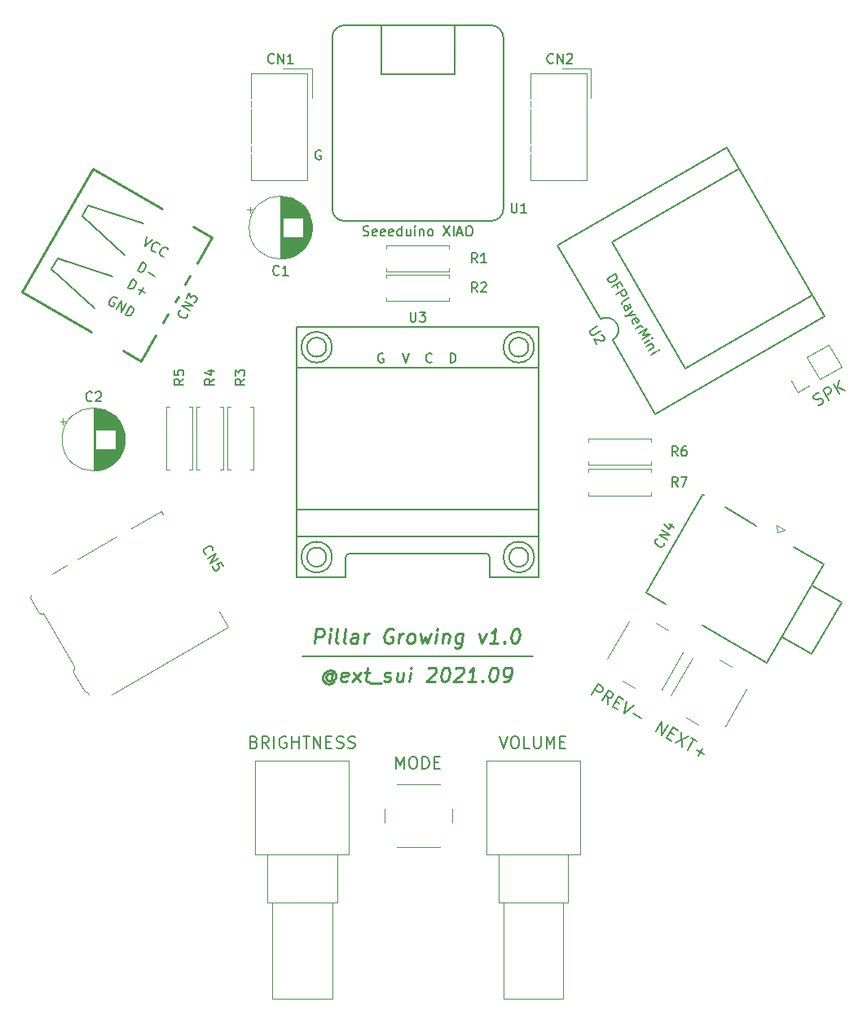
<source format=gto>
G04 #@! TF.GenerationSoftware,KiCad,Pcbnew,(5.0.2)-1*
G04 #@! TF.CreationDate,2021-09-11T16:33:57+09:00*
G04 #@! TF.ProjectId,Pillar,50696c6c-6172-42e6-9b69-6361645f7063,rev?*
G04 #@! TF.SameCoordinates,Original*
G04 #@! TF.FileFunction,Legend,Top*
G04 #@! TF.FilePolarity,Positive*
%FSLAX46Y46*%
G04 Gerber Fmt 4.6, Leading zero omitted, Abs format (unit mm)*
G04 Created by KiCad (PCBNEW (5.0.2)-1) date 2021/09/11 16:33:57*
%MOMM*%
%LPD*%
G01*
G04 APERTURE LIST*
%ADD10C,0.150000*%
%ADD11C,0.200000*%
%ADD12C,0.250000*%
%ADD13C,0.120000*%
%ADD14C,0.254000*%
%ADD15C,0.152400*%
G04 APERTURE END LIST*
D10*
X119914404Y-75000000D02*
X119819166Y-74952380D01*
X119676309Y-74952380D01*
X119533452Y-75000000D01*
X119438214Y-75095238D01*
X119390595Y-75190476D01*
X119342976Y-75380952D01*
X119342976Y-75523809D01*
X119390595Y-75714285D01*
X119438214Y-75809523D01*
X119533452Y-75904761D01*
X119676309Y-75952380D01*
X119771547Y-75952380D01*
X119914404Y-75904761D01*
X119962023Y-75857142D01*
X119962023Y-75523809D01*
X119771547Y-75523809D01*
D11*
X171611149Y-101491739D02*
X171795558Y-101454002D01*
X172053304Y-101305192D01*
X172126640Y-101194119D01*
X172148428Y-101112808D01*
X172140453Y-100979948D01*
X172080929Y-100876850D01*
X171969856Y-100803514D01*
X171888545Y-100781726D01*
X171755685Y-100789701D01*
X171519727Y-100857200D01*
X171386866Y-100865174D01*
X171305555Y-100843387D01*
X171194482Y-100770051D01*
X171134959Y-100666952D01*
X171126984Y-100534092D01*
X171148771Y-100452781D01*
X171222108Y-100341708D01*
X171479853Y-100192899D01*
X171664263Y-100155162D01*
X172723443Y-100918288D02*
X172098443Y-99835756D01*
X172510836Y-99597661D01*
X172643696Y-99589686D01*
X172725007Y-99611473D01*
X172836080Y-99684810D01*
X172925366Y-99839457D01*
X172933340Y-99972317D01*
X172911553Y-100053628D01*
X172838217Y-100164701D01*
X172425824Y-100402796D01*
X173805975Y-100293288D02*
X173180975Y-99210756D01*
X174424564Y-99936145D02*
X173603479Y-99585412D01*
X173799564Y-98853613D02*
X173538117Y-99829345D01*
X148096678Y-131508026D02*
X148721678Y-130425494D01*
X149134071Y-130663589D01*
X149207407Y-130774662D01*
X149229194Y-130855973D01*
X149221220Y-130988833D01*
X149131934Y-131143481D01*
X149020861Y-131216817D01*
X148939550Y-131238604D01*
X148806690Y-131230630D01*
X148394297Y-130992534D01*
X149797799Y-132490169D02*
X149734574Y-131766344D01*
X149179209Y-132133026D02*
X149804209Y-131050494D01*
X150216602Y-131288589D01*
X150289939Y-131399662D01*
X150311726Y-131480973D01*
X150303751Y-131613833D01*
X150214466Y-131768481D01*
X150103393Y-131841817D01*
X150022082Y-131863604D01*
X149889222Y-131855630D01*
X149476828Y-131617534D01*
X150589122Y-132190985D02*
X150949966Y-132399319D01*
X150777232Y-133055645D02*
X150261741Y-132758026D01*
X150886741Y-131675494D01*
X151402232Y-131973113D01*
X151711527Y-132151684D02*
X151447371Y-133442550D01*
X152433215Y-132568351D01*
X152407154Y-133446823D02*
X153231940Y-133923014D01*
X154752227Y-135347788D02*
X155377227Y-134265256D01*
X155370816Y-135704931D01*
X155995816Y-134622399D01*
X156213689Y-135435509D02*
X156574533Y-135643842D01*
X156401799Y-136300169D02*
X155886308Y-136002550D01*
X156511308Y-134920018D01*
X157026799Y-135217637D01*
X157387643Y-135425970D02*
X157484331Y-136925169D01*
X158109331Y-135842637D02*
X156762643Y-136508502D01*
X158367076Y-135991446D02*
X158985666Y-136348589D01*
X158051371Y-137252550D02*
X158676371Y-136170018D01*
X158959605Y-137227061D02*
X159784391Y-137703252D01*
X159133903Y-137877550D02*
X159610093Y-137052763D01*
X138488095Y-135815476D02*
X138904761Y-137065476D01*
X139321428Y-135815476D01*
X139976190Y-135815476D02*
X140214285Y-135815476D01*
X140333333Y-135875000D01*
X140452380Y-135994047D01*
X140511904Y-136232142D01*
X140511904Y-136648809D01*
X140452380Y-136886904D01*
X140333333Y-137005952D01*
X140214285Y-137065476D01*
X139976190Y-137065476D01*
X139857142Y-137005952D01*
X139738095Y-136886904D01*
X139678571Y-136648809D01*
X139678571Y-136232142D01*
X139738095Y-135994047D01*
X139857142Y-135875000D01*
X139976190Y-135815476D01*
X141642857Y-137065476D02*
X141047619Y-137065476D01*
X141047619Y-135815476D01*
X142059523Y-135815476D02*
X142059523Y-136827380D01*
X142119047Y-136946428D01*
X142178571Y-137005952D01*
X142297619Y-137065476D01*
X142535714Y-137065476D01*
X142654761Y-137005952D01*
X142714285Y-136946428D01*
X142773809Y-136827380D01*
X142773809Y-135815476D01*
X143369047Y-137065476D02*
X143369047Y-135815476D01*
X143785714Y-136708333D01*
X144202380Y-135815476D01*
X144202380Y-137065476D01*
X144797619Y-136410714D02*
X145214285Y-136410714D01*
X145392857Y-137065476D02*
X144797619Y-137065476D01*
X144797619Y-135815476D01*
X145392857Y-135815476D01*
X113000000Y-136410714D02*
X113178571Y-136470238D01*
X113238095Y-136529761D01*
X113297619Y-136648809D01*
X113297619Y-136827380D01*
X113238095Y-136946428D01*
X113178571Y-137005952D01*
X113059523Y-137065476D01*
X112583333Y-137065476D01*
X112583333Y-135815476D01*
X113000000Y-135815476D01*
X113119047Y-135875000D01*
X113178571Y-135934523D01*
X113238095Y-136053571D01*
X113238095Y-136172619D01*
X113178571Y-136291666D01*
X113119047Y-136351190D01*
X113000000Y-136410714D01*
X112583333Y-136410714D01*
X114547619Y-137065476D02*
X114130952Y-136470238D01*
X113833333Y-137065476D02*
X113833333Y-135815476D01*
X114309523Y-135815476D01*
X114428571Y-135875000D01*
X114488095Y-135934523D01*
X114547619Y-136053571D01*
X114547619Y-136232142D01*
X114488095Y-136351190D01*
X114428571Y-136410714D01*
X114309523Y-136470238D01*
X113833333Y-136470238D01*
X115083333Y-137065476D02*
X115083333Y-135815476D01*
X116333333Y-135875000D02*
X116214285Y-135815476D01*
X116035714Y-135815476D01*
X115857142Y-135875000D01*
X115738095Y-135994047D01*
X115678571Y-136113095D01*
X115619047Y-136351190D01*
X115619047Y-136529761D01*
X115678571Y-136767857D01*
X115738095Y-136886904D01*
X115857142Y-137005952D01*
X116035714Y-137065476D01*
X116154761Y-137065476D01*
X116333333Y-137005952D01*
X116392857Y-136946428D01*
X116392857Y-136529761D01*
X116154761Y-136529761D01*
X116928571Y-137065476D02*
X116928571Y-135815476D01*
X116928571Y-136410714D02*
X117642857Y-136410714D01*
X117642857Y-137065476D02*
X117642857Y-135815476D01*
X118059523Y-135815476D02*
X118773809Y-135815476D01*
X118416666Y-137065476D02*
X118416666Y-135815476D01*
X119190476Y-137065476D02*
X119190476Y-135815476D01*
X119904761Y-137065476D01*
X119904761Y-135815476D01*
X120500000Y-136410714D02*
X120916666Y-136410714D01*
X121095238Y-137065476D02*
X120500000Y-137065476D01*
X120500000Y-135815476D01*
X121095238Y-135815476D01*
X121571428Y-137005952D02*
X121750000Y-137065476D01*
X122047619Y-137065476D01*
X122166666Y-137005952D01*
X122226190Y-136946428D01*
X122285714Y-136827380D01*
X122285714Y-136708333D01*
X122226190Y-136589285D01*
X122166666Y-136529761D01*
X122047619Y-136470238D01*
X121809523Y-136410714D01*
X121690476Y-136351190D01*
X121630952Y-136291666D01*
X121571428Y-136172619D01*
X121571428Y-136053571D01*
X121630952Y-135934523D01*
X121690476Y-135875000D01*
X121809523Y-135815476D01*
X122107142Y-135815476D01*
X122285714Y-135875000D01*
X122761904Y-137005952D02*
X122940476Y-137065476D01*
X123238095Y-137065476D01*
X123357142Y-137005952D01*
X123416666Y-136946428D01*
X123476190Y-136827380D01*
X123476190Y-136708333D01*
X123416666Y-136589285D01*
X123357142Y-136529761D01*
X123238095Y-136470238D01*
X123000000Y-136410714D01*
X122880952Y-136351190D01*
X122821428Y-136291666D01*
X122761904Y-136172619D01*
X122761904Y-136053571D01*
X122821428Y-135934523D01*
X122880952Y-135875000D01*
X123000000Y-135815476D01*
X123297619Y-135815476D01*
X123476190Y-135875000D01*
D10*
X126414404Y-96074000D02*
X126319166Y-96026380D01*
X126176309Y-96026380D01*
X126033452Y-96074000D01*
X125938214Y-96169238D01*
X125890595Y-96264476D01*
X125842976Y-96454952D01*
X125842976Y-96597809D01*
X125890595Y-96788285D01*
X125938214Y-96883523D01*
X126033452Y-96978761D01*
X126176309Y-97026380D01*
X126271547Y-97026380D01*
X126414404Y-96978761D01*
X126462023Y-96931142D01*
X126462023Y-96597809D01*
X126271547Y-96597809D01*
X131462023Y-96931142D02*
X131414404Y-96978761D01*
X131271547Y-97026380D01*
X131176309Y-97026380D01*
X131033452Y-96978761D01*
X130938214Y-96883523D01*
X130890595Y-96788285D01*
X130842976Y-96597809D01*
X130842976Y-96454952D01*
X130890595Y-96264476D01*
X130938214Y-96169238D01*
X131033452Y-96074000D01*
X131176309Y-96026380D01*
X131271547Y-96026380D01*
X131414404Y-96074000D01*
X131462023Y-96121619D01*
X128390595Y-96026380D02*
X128723928Y-97026380D01*
X129057261Y-96026380D01*
X133390595Y-97026380D02*
X133390595Y-96026380D01*
X133628690Y-96026380D01*
X133771547Y-96074000D01*
X133866785Y-96169238D01*
X133914404Y-96264476D01*
X133962023Y-96454952D01*
X133962023Y-96597809D01*
X133914404Y-96788285D01*
X133866785Y-96883523D01*
X133771547Y-96978761D01*
X133628690Y-97026380D01*
X133390595Y-97026380D01*
D12*
X119276562Y-126178571D02*
X119464062Y-124678571D01*
X120035491Y-124678571D01*
X120169419Y-124750000D01*
X120231919Y-124821428D01*
X120285491Y-124964285D01*
X120258705Y-125178571D01*
X120169419Y-125321428D01*
X120089062Y-125392857D01*
X119937276Y-125464285D01*
X119365848Y-125464285D01*
X120776562Y-126178571D02*
X120901562Y-125178571D01*
X120964062Y-124678571D02*
X120883705Y-124750000D01*
X120946205Y-124821428D01*
X121026562Y-124750000D01*
X120964062Y-124678571D01*
X120946205Y-124821428D01*
X121705133Y-126178571D02*
X121571205Y-126107142D01*
X121517633Y-125964285D01*
X121678348Y-124678571D01*
X122490848Y-126178571D02*
X122356919Y-126107142D01*
X122303348Y-125964285D01*
X122464062Y-124678571D01*
X123705133Y-126178571D02*
X123803348Y-125392857D01*
X123749776Y-125250000D01*
X123615848Y-125178571D01*
X123330133Y-125178571D01*
X123178348Y-125250000D01*
X123714062Y-126107142D02*
X123562276Y-126178571D01*
X123205133Y-126178571D01*
X123071205Y-126107142D01*
X123017633Y-125964285D01*
X123035491Y-125821428D01*
X123124776Y-125678571D01*
X123276562Y-125607142D01*
X123633705Y-125607142D01*
X123785491Y-125535714D01*
X124419419Y-126178571D02*
X124544419Y-125178571D01*
X124508705Y-125464285D02*
X124597991Y-125321428D01*
X124678348Y-125250000D01*
X124830133Y-125178571D01*
X124972991Y-125178571D01*
X127455133Y-124750000D02*
X127321205Y-124678571D01*
X127106919Y-124678571D01*
X126883705Y-124750000D01*
X126722991Y-124892857D01*
X126633705Y-125035714D01*
X126526562Y-125321428D01*
X126499776Y-125535714D01*
X126535491Y-125821428D01*
X126589062Y-125964285D01*
X126714062Y-126107142D01*
X126919419Y-126178571D01*
X127062276Y-126178571D01*
X127285491Y-126107142D01*
X127365848Y-126035714D01*
X127428348Y-125535714D01*
X127142633Y-125535714D01*
X127990848Y-126178571D02*
X128115848Y-125178571D01*
X128080133Y-125464285D02*
X128169419Y-125321428D01*
X128249776Y-125250000D01*
X128401562Y-125178571D01*
X128544419Y-125178571D01*
X129133705Y-126178571D02*
X128999776Y-126107142D01*
X128937276Y-126035714D01*
X128883705Y-125892857D01*
X128937276Y-125464285D01*
X129026562Y-125321428D01*
X129106919Y-125250000D01*
X129258705Y-125178571D01*
X129472991Y-125178571D01*
X129606919Y-125250000D01*
X129669419Y-125321428D01*
X129722991Y-125464285D01*
X129669419Y-125892857D01*
X129580133Y-126035714D01*
X129499776Y-126107142D01*
X129347991Y-126178571D01*
X129133705Y-126178571D01*
X130258705Y-125178571D02*
X130419419Y-126178571D01*
X130794419Y-125464285D01*
X130990848Y-126178571D01*
X131401562Y-125178571D01*
X131847991Y-126178571D02*
X131972991Y-125178571D01*
X132035491Y-124678571D02*
X131955133Y-124750000D01*
X132017633Y-124821428D01*
X132097991Y-124750000D01*
X132035491Y-124678571D01*
X132017633Y-124821428D01*
X132687276Y-125178571D02*
X132562276Y-126178571D01*
X132669419Y-125321428D02*
X132749776Y-125250000D01*
X132901562Y-125178571D01*
X133115848Y-125178571D01*
X133249776Y-125250000D01*
X133303348Y-125392857D01*
X133205133Y-126178571D01*
X134687276Y-125178571D02*
X134535491Y-126392857D01*
X134446205Y-126535714D01*
X134365848Y-126607142D01*
X134214062Y-126678571D01*
X133999776Y-126678571D01*
X133865848Y-126607142D01*
X134571205Y-126107142D02*
X134419419Y-126178571D01*
X134133705Y-126178571D01*
X133999776Y-126107142D01*
X133937276Y-126035714D01*
X133883705Y-125892857D01*
X133937276Y-125464285D01*
X134026562Y-125321428D01*
X134106919Y-125250000D01*
X134258705Y-125178571D01*
X134544419Y-125178571D01*
X134678348Y-125250000D01*
X136401562Y-125178571D02*
X136633705Y-126178571D01*
X137115848Y-125178571D01*
X138347991Y-126178571D02*
X137490848Y-126178571D01*
X137919419Y-126178571D02*
X138106919Y-124678571D01*
X137937276Y-124892857D01*
X137776562Y-125035714D01*
X137624776Y-125107142D01*
X139008705Y-126035714D02*
X139071205Y-126107142D01*
X138990848Y-126178571D01*
X138928348Y-126107142D01*
X139008705Y-126035714D01*
X138990848Y-126178571D01*
X140178348Y-124678571D02*
X140321205Y-124678571D01*
X140455133Y-124750000D01*
X140517633Y-124821428D01*
X140571205Y-124964285D01*
X140606919Y-125250000D01*
X140562276Y-125607142D01*
X140455133Y-125892857D01*
X140365848Y-126035714D01*
X140285491Y-126107142D01*
X140133705Y-126178571D01*
X139990848Y-126178571D01*
X139856919Y-126107142D01*
X139794419Y-126035714D01*
X139740848Y-125892857D01*
X139705133Y-125607142D01*
X139749776Y-125250000D01*
X139856919Y-124964285D01*
X139946205Y-124821428D01*
X140026562Y-124750000D01*
X140178348Y-124678571D01*
D11*
X118000000Y-127500000D02*
X142000000Y-127500000D01*
X127738095Y-139220476D02*
X127738095Y-137970476D01*
X128154761Y-138863333D01*
X128571428Y-137970476D01*
X128571428Y-139220476D01*
X129404761Y-137970476D02*
X129642857Y-137970476D01*
X129761904Y-138030000D01*
X129880952Y-138149047D01*
X129940476Y-138387142D01*
X129940476Y-138803809D01*
X129880952Y-139041904D01*
X129761904Y-139160952D01*
X129642857Y-139220476D01*
X129404761Y-139220476D01*
X129285714Y-139160952D01*
X129166666Y-139041904D01*
X129107142Y-138803809D01*
X129107142Y-138387142D01*
X129166666Y-138149047D01*
X129285714Y-138030000D01*
X129404761Y-137970476D01*
X130476190Y-139220476D02*
X130476190Y-137970476D01*
X130773809Y-137970476D01*
X130952380Y-138030000D01*
X131071428Y-138149047D01*
X131130952Y-138268095D01*
X131190476Y-138506190D01*
X131190476Y-138684761D01*
X131130952Y-138922857D01*
X131071428Y-139041904D01*
X130952380Y-139160952D01*
X130773809Y-139220476D01*
X130476190Y-139220476D01*
X131726190Y-138565714D02*
X132142857Y-138565714D01*
X132321428Y-139220476D02*
X131726190Y-139220476D01*
X131726190Y-137970476D01*
X132321428Y-137970476D01*
D12*
X121151562Y-129464285D02*
X121089062Y-129392857D01*
X120955133Y-129321428D01*
X120812276Y-129321428D01*
X120660491Y-129392857D01*
X120580133Y-129464285D01*
X120490848Y-129607142D01*
X120472991Y-129750000D01*
X120526562Y-129892857D01*
X120589062Y-129964285D01*
X120722991Y-130035714D01*
X120865848Y-130035714D01*
X121017633Y-129964285D01*
X121097991Y-129892857D01*
X121169419Y-129321428D02*
X121097991Y-129892857D01*
X121160491Y-129964285D01*
X121231919Y-129964285D01*
X121383705Y-129892857D01*
X121472991Y-129750000D01*
X121517633Y-129392857D01*
X121401562Y-129178571D01*
X121205133Y-129035714D01*
X120928348Y-128964285D01*
X120633705Y-129035714D01*
X120401562Y-129178571D01*
X120231919Y-129392857D01*
X120124776Y-129678571D01*
X120160491Y-129964285D01*
X120276562Y-130178571D01*
X120472991Y-130321428D01*
X120749776Y-130392857D01*
X121044419Y-130321428D01*
X121276562Y-130178571D01*
X122642633Y-130107142D02*
X122490848Y-130178571D01*
X122205133Y-130178571D01*
X122071205Y-130107142D01*
X122017633Y-129964285D01*
X122089062Y-129392857D01*
X122178348Y-129250000D01*
X122330133Y-129178571D01*
X122615848Y-129178571D01*
X122749776Y-129250000D01*
X122803348Y-129392857D01*
X122785491Y-129535714D01*
X122053348Y-129678571D01*
X123205133Y-130178571D02*
X124115848Y-129178571D01*
X123330133Y-129178571D02*
X123990848Y-130178571D01*
X124472991Y-129178571D02*
X125044419Y-129178571D01*
X124749776Y-128678571D02*
X124589062Y-129964285D01*
X124642633Y-130107142D01*
X124776562Y-130178571D01*
X124919419Y-130178571D01*
X125044419Y-130321428D02*
X126187276Y-130321428D01*
X126499776Y-130107142D02*
X126633705Y-130178571D01*
X126919419Y-130178571D01*
X127071205Y-130107142D01*
X127160491Y-129964285D01*
X127169419Y-129892857D01*
X127115848Y-129750000D01*
X126981919Y-129678571D01*
X126767633Y-129678571D01*
X126633705Y-129607142D01*
X126580133Y-129464285D01*
X126589062Y-129392857D01*
X126678348Y-129250000D01*
X126830133Y-129178571D01*
X127044419Y-129178571D01*
X127178348Y-129250000D01*
X128544419Y-129178571D02*
X128419419Y-130178571D01*
X127901562Y-129178571D02*
X127803348Y-129964285D01*
X127856919Y-130107142D01*
X127990848Y-130178571D01*
X128205133Y-130178571D01*
X128356919Y-130107142D01*
X128437276Y-130035714D01*
X129133705Y-130178571D02*
X129258705Y-129178571D01*
X129321205Y-128678571D02*
X129240848Y-128750000D01*
X129303348Y-128821428D01*
X129383705Y-128750000D01*
X129321205Y-128678571D01*
X129303348Y-128821428D01*
X131089062Y-128821428D02*
X131169419Y-128750000D01*
X131321205Y-128678571D01*
X131678348Y-128678571D01*
X131812276Y-128750000D01*
X131874776Y-128821428D01*
X131928348Y-128964285D01*
X131910491Y-129107142D01*
X131812276Y-129321428D01*
X130847991Y-130178571D01*
X131776562Y-130178571D01*
X132892633Y-128678571D02*
X133035491Y-128678571D01*
X133169419Y-128750000D01*
X133231919Y-128821428D01*
X133285491Y-128964285D01*
X133321205Y-129250000D01*
X133276562Y-129607142D01*
X133169419Y-129892857D01*
X133080133Y-130035714D01*
X132999776Y-130107142D01*
X132847991Y-130178571D01*
X132705133Y-130178571D01*
X132571205Y-130107142D01*
X132508705Y-130035714D01*
X132455133Y-129892857D01*
X132419419Y-129607142D01*
X132464062Y-129250000D01*
X132571205Y-128964285D01*
X132660491Y-128821428D01*
X132740848Y-128750000D01*
X132892633Y-128678571D01*
X133946205Y-128821428D02*
X134026562Y-128750000D01*
X134178348Y-128678571D01*
X134535491Y-128678571D01*
X134669419Y-128750000D01*
X134731919Y-128821428D01*
X134785491Y-128964285D01*
X134767633Y-129107142D01*
X134669419Y-129321428D01*
X133705133Y-130178571D01*
X134633705Y-130178571D01*
X136062276Y-130178571D02*
X135205133Y-130178571D01*
X135633705Y-130178571D02*
X135821205Y-128678571D01*
X135651562Y-128892857D01*
X135490848Y-129035714D01*
X135339062Y-129107142D01*
X136722991Y-130035714D02*
X136785491Y-130107142D01*
X136705133Y-130178571D01*
X136642633Y-130107142D01*
X136722991Y-130035714D01*
X136705133Y-130178571D01*
X137892633Y-128678571D02*
X138035491Y-128678571D01*
X138169419Y-128750000D01*
X138231919Y-128821428D01*
X138285491Y-128964285D01*
X138321205Y-129250000D01*
X138276562Y-129607142D01*
X138169419Y-129892857D01*
X138080133Y-130035714D01*
X137999776Y-130107142D01*
X137847991Y-130178571D01*
X137705133Y-130178571D01*
X137571205Y-130107142D01*
X137508705Y-130035714D01*
X137455133Y-129892857D01*
X137419419Y-129607142D01*
X137464062Y-129250000D01*
X137571205Y-128964285D01*
X137660491Y-128821428D01*
X137740848Y-128750000D01*
X137892633Y-128678571D01*
X138919419Y-130178571D02*
X139205133Y-130178571D01*
X139356919Y-130107142D01*
X139437276Y-130035714D01*
X139606919Y-129821428D01*
X139714062Y-129535714D01*
X139785491Y-128964285D01*
X139731919Y-128821428D01*
X139669419Y-128750000D01*
X139535491Y-128678571D01*
X139249776Y-128678571D01*
X139097991Y-128750000D01*
X139017633Y-128821428D01*
X138928348Y-128964285D01*
X138883705Y-129321428D01*
X138937276Y-129464285D01*
X138999776Y-129535714D01*
X139133705Y-129607142D01*
X139419419Y-129607142D01*
X139571205Y-129535714D01*
X139651562Y-129464285D01*
X139740848Y-129321428D01*
D10*
G04 #@! TO.C,U3*
X117400000Y-93324000D02*
X117400000Y-119324000D01*
X137500000Y-119324000D02*
X142600000Y-119324000D01*
X117400000Y-93324000D02*
X142600000Y-93324000D01*
X142600000Y-93324000D02*
X142600000Y-119324000D01*
X120500000Y-117224000D02*
G75*
G03X120500000Y-117224000I-1000000J0D01*
G01*
X120500000Y-95424000D02*
G75*
G03X120500000Y-95424000I-1000000J0D01*
G01*
X141500000Y-95424000D02*
G75*
G03X141500000Y-95424000I-1000000J0D01*
G01*
X141500000Y-117224000D02*
G75*
G03X141500000Y-117224000I-1000000J0D01*
G01*
X121100000Y-95424000D02*
G75*
G03X121100000Y-95424000I-1600000J0D01*
G01*
X121100000Y-117224000D02*
G75*
G03X121100000Y-117224000I-1600000J0D01*
G01*
X142100000Y-117224000D02*
G75*
G03X142100000Y-117224000I-1600000J0D01*
G01*
X142100000Y-95424000D02*
G75*
G03X142100000Y-95424000I-1600000J0D01*
G01*
X117500000Y-97574000D02*
X142500000Y-97574000D01*
X117500000Y-115074000D02*
X142500000Y-115074000D01*
X117500000Y-112324000D02*
X142500000Y-112324000D01*
X122500000Y-119324000D02*
X122500000Y-117324000D01*
X137500000Y-119324000D02*
X137500000Y-117324000D01*
X137000000Y-116824000D02*
X123000000Y-116824000D01*
X122500000Y-117324000D02*
G75*
G02X123000000Y-116824000I500000J0D01*
G01*
X137000000Y-116824000D02*
G75*
G02X137500000Y-117324000I0J-500000D01*
G01*
X117400000Y-119324000D02*
X122500000Y-119324000D01*
D13*
G04 #@! TO.C,C1*
X112564759Y-80846000D02*
X112564759Y-81476000D01*
X112249759Y-81161000D02*
X112879759Y-81161000D01*
X118991000Y-82598000D02*
X118991000Y-83402000D01*
X118951000Y-82367000D02*
X118951000Y-83633000D01*
X118911000Y-82198000D02*
X118911000Y-83802000D01*
X118871000Y-82060000D02*
X118871000Y-83940000D01*
X118831000Y-81941000D02*
X118831000Y-84059000D01*
X118791000Y-81835000D02*
X118791000Y-84165000D01*
X118751000Y-81738000D02*
X118751000Y-84262000D01*
X118711000Y-81650000D02*
X118711000Y-84350000D01*
X118671000Y-81568000D02*
X118671000Y-84432000D01*
X118631000Y-81491000D02*
X118631000Y-84509000D01*
X118591000Y-81419000D02*
X118591000Y-84581000D01*
X118551000Y-81350000D02*
X118551000Y-84650000D01*
X118511000Y-81286000D02*
X118511000Y-84714000D01*
X118471000Y-81224000D02*
X118471000Y-84776000D01*
X118431000Y-81166000D02*
X118431000Y-84834000D01*
X118391000Y-81110000D02*
X118391000Y-84890000D01*
X118351000Y-81056000D02*
X118351000Y-84944000D01*
X118311000Y-81005000D02*
X118311000Y-84995000D01*
X118271000Y-80956000D02*
X118271000Y-85044000D01*
X118231000Y-80908000D02*
X118231000Y-85092000D01*
X118191000Y-80863000D02*
X118191000Y-85137000D01*
X118151000Y-80818000D02*
X118151000Y-85182000D01*
X118111000Y-80776000D02*
X118111000Y-85224000D01*
X118071000Y-80735000D02*
X118071000Y-85265000D01*
X118031000Y-84040000D02*
X118031000Y-85305000D01*
X118031000Y-80695000D02*
X118031000Y-81960000D01*
X117991000Y-84040000D02*
X117991000Y-85343000D01*
X117991000Y-80657000D02*
X117991000Y-81960000D01*
X117951000Y-84040000D02*
X117951000Y-85380000D01*
X117951000Y-80620000D02*
X117951000Y-81960000D01*
X117911000Y-84040000D02*
X117911000Y-85416000D01*
X117911000Y-80584000D02*
X117911000Y-81960000D01*
X117871000Y-84040000D02*
X117871000Y-85450000D01*
X117871000Y-80550000D02*
X117871000Y-81960000D01*
X117831000Y-84040000D02*
X117831000Y-85484000D01*
X117831000Y-80516000D02*
X117831000Y-81960000D01*
X117791000Y-84040000D02*
X117791000Y-85516000D01*
X117791000Y-80484000D02*
X117791000Y-81960000D01*
X117751000Y-84040000D02*
X117751000Y-85548000D01*
X117751000Y-80452000D02*
X117751000Y-81960000D01*
X117711000Y-84040000D02*
X117711000Y-85578000D01*
X117711000Y-80422000D02*
X117711000Y-81960000D01*
X117671000Y-84040000D02*
X117671000Y-85607000D01*
X117671000Y-80393000D02*
X117671000Y-81960000D01*
X117631000Y-84040000D02*
X117631000Y-85636000D01*
X117631000Y-80364000D02*
X117631000Y-81960000D01*
X117591000Y-84040000D02*
X117591000Y-85664000D01*
X117591000Y-80336000D02*
X117591000Y-81960000D01*
X117551000Y-84040000D02*
X117551000Y-85690000D01*
X117551000Y-80310000D02*
X117551000Y-81960000D01*
X117511000Y-84040000D02*
X117511000Y-85716000D01*
X117511000Y-80284000D02*
X117511000Y-81960000D01*
X117471000Y-84040000D02*
X117471000Y-85742000D01*
X117471000Y-80258000D02*
X117471000Y-81960000D01*
X117431000Y-84040000D02*
X117431000Y-85766000D01*
X117431000Y-80234000D02*
X117431000Y-81960000D01*
X117391000Y-84040000D02*
X117391000Y-85790000D01*
X117391000Y-80210000D02*
X117391000Y-81960000D01*
X117351000Y-84040000D02*
X117351000Y-85812000D01*
X117351000Y-80188000D02*
X117351000Y-81960000D01*
X117311000Y-84040000D02*
X117311000Y-85834000D01*
X117311000Y-80166000D02*
X117311000Y-81960000D01*
X117271000Y-84040000D02*
X117271000Y-85856000D01*
X117271000Y-80144000D02*
X117271000Y-81960000D01*
X117231000Y-84040000D02*
X117231000Y-85876000D01*
X117231000Y-80124000D02*
X117231000Y-81960000D01*
X117191000Y-84040000D02*
X117191000Y-85896000D01*
X117191000Y-80104000D02*
X117191000Y-81960000D01*
X117151000Y-84040000D02*
X117151000Y-85916000D01*
X117151000Y-80084000D02*
X117151000Y-81960000D01*
X117111000Y-84040000D02*
X117111000Y-85934000D01*
X117111000Y-80066000D02*
X117111000Y-81960000D01*
X117071000Y-84040000D02*
X117071000Y-85952000D01*
X117071000Y-80048000D02*
X117071000Y-81960000D01*
X117031000Y-84040000D02*
X117031000Y-85970000D01*
X117031000Y-80030000D02*
X117031000Y-81960000D01*
X116991000Y-84040000D02*
X116991000Y-85986000D01*
X116991000Y-80014000D02*
X116991000Y-81960000D01*
X116951000Y-84040000D02*
X116951000Y-86002000D01*
X116951000Y-79998000D02*
X116951000Y-81960000D01*
X116911000Y-84040000D02*
X116911000Y-86018000D01*
X116911000Y-79982000D02*
X116911000Y-81960000D01*
X116871000Y-84040000D02*
X116871000Y-86033000D01*
X116871000Y-79967000D02*
X116871000Y-81960000D01*
X116831000Y-84040000D02*
X116831000Y-86047000D01*
X116831000Y-79953000D02*
X116831000Y-81960000D01*
X116791000Y-84040000D02*
X116791000Y-86061000D01*
X116791000Y-79939000D02*
X116791000Y-81960000D01*
X116751000Y-84040000D02*
X116751000Y-86074000D01*
X116751000Y-79926000D02*
X116751000Y-81960000D01*
X116711000Y-84040000D02*
X116711000Y-86086000D01*
X116711000Y-79914000D02*
X116711000Y-81960000D01*
X116671000Y-84040000D02*
X116671000Y-86098000D01*
X116671000Y-79902000D02*
X116671000Y-81960000D01*
X116631000Y-84040000D02*
X116631000Y-86110000D01*
X116631000Y-79890000D02*
X116631000Y-81960000D01*
X116591000Y-84040000D02*
X116591000Y-86121000D01*
X116591000Y-79879000D02*
X116591000Y-81960000D01*
X116551000Y-84040000D02*
X116551000Y-86131000D01*
X116551000Y-79869000D02*
X116551000Y-81960000D01*
X116511000Y-84040000D02*
X116511000Y-86141000D01*
X116511000Y-79859000D02*
X116511000Y-81960000D01*
X116471000Y-84040000D02*
X116471000Y-86150000D01*
X116471000Y-79850000D02*
X116471000Y-81960000D01*
X116430000Y-84040000D02*
X116430000Y-86159000D01*
X116430000Y-79841000D02*
X116430000Y-81960000D01*
X116390000Y-84040000D02*
X116390000Y-86167000D01*
X116390000Y-79833000D02*
X116390000Y-81960000D01*
X116350000Y-84040000D02*
X116350000Y-86175000D01*
X116350000Y-79825000D02*
X116350000Y-81960000D01*
X116310000Y-84040000D02*
X116310000Y-86182000D01*
X116310000Y-79818000D02*
X116310000Y-81960000D01*
X116270000Y-84040000D02*
X116270000Y-86189000D01*
X116270000Y-79811000D02*
X116270000Y-81960000D01*
X116230000Y-84040000D02*
X116230000Y-86195000D01*
X116230000Y-79805000D02*
X116230000Y-81960000D01*
X116190000Y-84040000D02*
X116190000Y-86201000D01*
X116190000Y-79799000D02*
X116190000Y-81960000D01*
X116150000Y-84040000D02*
X116150000Y-86206000D01*
X116150000Y-79794000D02*
X116150000Y-81960000D01*
X116110000Y-84040000D02*
X116110000Y-86211000D01*
X116110000Y-79789000D02*
X116110000Y-81960000D01*
X116070000Y-84040000D02*
X116070000Y-86215000D01*
X116070000Y-79785000D02*
X116070000Y-81960000D01*
X116030000Y-84040000D02*
X116030000Y-86218000D01*
X116030000Y-79782000D02*
X116030000Y-81960000D01*
X115990000Y-84040000D02*
X115990000Y-86222000D01*
X115990000Y-79778000D02*
X115990000Y-81960000D01*
X115950000Y-79776000D02*
X115950000Y-86224000D01*
X115910000Y-79773000D02*
X115910000Y-86227000D01*
X115870000Y-79772000D02*
X115870000Y-86228000D01*
X115830000Y-79770000D02*
X115830000Y-86230000D01*
X115790000Y-79770000D02*
X115790000Y-86230000D01*
X115750000Y-79770000D02*
X115750000Y-86230000D01*
X119020000Y-83000000D02*
G75*
G03X119020000Y-83000000I-3270000J0D01*
G01*
G04 #@! TO.C,RV1*
X121120000Y-163120000D02*
X114880000Y-163120000D01*
X121120000Y-153120000D02*
X114880000Y-153120000D01*
X114880000Y-153120000D02*
X114880000Y-163120000D01*
X121120000Y-153120000D02*
X121120000Y-163120000D01*
X121620000Y-153120000D02*
X114380000Y-153120000D01*
X121620000Y-148120000D02*
X114380000Y-148120000D01*
X114380000Y-148120000D02*
X114380000Y-153120000D01*
X121620000Y-148120000D02*
X121620000Y-153120000D01*
X122870000Y-148120000D02*
X113130000Y-148120000D01*
X122870000Y-138329000D02*
X113130000Y-138329000D01*
X113130000Y-138329000D02*
X113130000Y-148120000D01*
X122870000Y-138329000D02*
X122870000Y-148120000D01*
G04 #@! TO.C,RV2*
X146870000Y-138329000D02*
X146870000Y-148120000D01*
X137130000Y-138329000D02*
X137130000Y-148120000D01*
X146870000Y-138329000D02*
X137130000Y-138329000D01*
X146870000Y-148120000D02*
X137130000Y-148120000D01*
X145620000Y-148120000D02*
X145620000Y-153120000D01*
X138380000Y-148120000D02*
X138380000Y-153120000D01*
X145620000Y-148120000D02*
X138380000Y-148120000D01*
X145620000Y-153120000D02*
X138380000Y-153120000D01*
X145120000Y-153120000D02*
X145120000Y-163120000D01*
X138880000Y-153120000D02*
X138880000Y-163120000D01*
X145120000Y-153120000D02*
X138880000Y-153120000D01*
X145120000Y-163120000D02*
X138880000Y-163120000D01*
D10*
G04 #@! TO.C,U2*
X154679852Y-102413818D02*
X172277488Y-92253818D01*
X172277488Y-92253818D02*
X162117488Y-74656182D01*
X162117488Y-74656182D02*
X144519852Y-84816182D01*
X144519852Y-84816182D02*
X148964852Y-92515148D01*
X148964852Y-92515148D02*
G75*
G02X150234852Y-94714852I635000J-1099852D01*
G01*
X150234852Y-94714852D02*
X154679852Y-102413818D01*
X171007488Y-90054114D02*
X157809261Y-97674114D01*
X157809261Y-97674114D02*
X150189261Y-84475886D01*
X150189261Y-84475886D02*
X163387488Y-76855886D01*
D13*
G04 #@! TO.C,SW1*
X127825000Y-147330000D02*
X132325000Y-147330000D01*
X126575000Y-143330000D02*
X126575000Y-144830000D01*
X132325000Y-140830000D02*
X127825000Y-140830000D01*
X133575000Y-144830000D02*
X133575000Y-143330000D01*
G04 #@! TO.C,CN1*
X119000000Y-66500000D02*
X119000000Y-69500000D01*
X116000000Y-66500000D02*
X119000000Y-66500000D01*
X112700000Y-74500000D02*
X112700000Y-75100000D01*
X112700000Y-69900000D02*
X112700000Y-70500000D01*
X118550000Y-67000000D02*
X118550000Y-78050000D01*
X112700000Y-67000000D02*
X118550000Y-67000000D01*
X112700000Y-70750000D02*
X112700000Y-74250000D01*
X112700000Y-78050000D02*
X118550000Y-78050000D01*
X112700000Y-67000000D02*
X112700000Y-69650000D01*
X112700000Y-75400000D02*
X112700000Y-78050000D01*
G04 #@! TO.C,CN2*
X141700000Y-75400000D02*
X141700000Y-78050000D01*
X141700000Y-67000000D02*
X141700000Y-69650000D01*
X141700000Y-78050000D02*
X147550000Y-78050000D01*
X141700000Y-70750000D02*
X141700000Y-74250000D01*
X141700000Y-67000000D02*
X147550000Y-67000000D01*
X147550000Y-67000000D02*
X147550000Y-78050000D01*
X141700000Y-69900000D02*
X141700000Y-70500000D01*
X141700000Y-74500000D02*
X141700000Y-75100000D01*
X145000000Y-66500000D02*
X148000000Y-66500000D01*
X148000000Y-66500000D02*
X148000000Y-69500000D01*
D14*
G04 #@! TO.C,CN3*
X96267696Y-76893211D02*
X103454131Y-81042301D01*
X96055111Y-93857779D02*
X88868676Y-89708689D01*
X101250813Y-96857519D02*
X99345869Y-95757699D01*
X102801483Y-94171680D02*
X101250813Y-96857519D01*
X104051163Y-92007171D02*
X103550783Y-92873854D01*
X105100183Y-90190215D02*
X104800463Y-90709345D01*
X106349863Y-88025706D02*
X105849483Y-88892389D01*
X108649833Y-84042041D02*
X106656901Y-82891421D01*
X107099163Y-86727880D02*
X108649833Y-84042041D01*
D15*
X91943414Y-87339647D02*
X96376534Y-91365579D01*
X92578414Y-86239795D02*
X91943414Y-87339647D01*
X98281534Y-88066022D02*
X92578414Y-86239795D01*
X95118413Y-81840385D02*
X99551534Y-85866318D01*
X95753414Y-80740533D02*
X95118413Y-81840385D01*
X101456534Y-82566761D02*
X95753414Y-80740533D01*
D14*
X96276495Y-76898291D02*
X88877475Y-89713769D01*
D13*
G04 #@! TO.C,CN4*
X167246987Y-113914648D02*
X167405000Y-114640962D01*
X168113013Y-114414648D02*
X167246987Y-113914648D01*
X167405000Y-114640962D02*
X168113013Y-114414648D01*
D10*
X166277947Y-128193074D02*
X159566250Y-124318074D01*
X155799040Y-122143074D02*
X153720579Y-120943074D01*
X153720579Y-120943074D02*
X159620579Y-110723975D01*
X159620579Y-110723975D02*
X159707182Y-110773975D01*
X161958848Y-112073975D02*
X165206443Y-113948975D01*
X169103557Y-116198975D02*
X172177947Y-117973975D01*
X172177947Y-117973975D02*
X166277947Y-128193074D01*
X167827947Y-125508396D02*
X170945639Y-127308396D01*
X170945639Y-127308396D02*
X174045639Y-121939038D01*
X174045639Y-121939038D02*
X170927947Y-120139038D01*
D13*
G04 #@! TO.C,CN5*
X94240877Y-129194906D02*
X94288986Y-128578233D01*
X95669082Y-131268630D02*
X95799082Y-131493797D01*
X95395877Y-131195425D02*
X95669082Y-131268630D01*
X90695877Y-123054786D02*
X90974082Y-123136652D01*
X91103986Y-123061652D02*
X90974082Y-123136652D01*
X91103986Y-123061652D02*
X94288986Y-128578233D01*
X93546363Y-118071973D02*
X91987517Y-118971973D01*
X98742515Y-115071973D02*
X94672196Y-117421973D01*
X89765877Y-121443979D02*
X89839082Y-121170774D01*
X89765877Y-121443979D02*
X90695877Y-123054786D01*
X95395877Y-131195425D02*
X94240877Y-129194906D01*
X103341110Y-112416973D02*
X100214759Y-114221973D01*
X103566110Y-112806684D02*
X103341110Y-112416973D01*
X110326110Y-124515348D02*
X98193094Y-131520348D01*
X109366110Y-122852579D02*
X110326110Y-124515348D01*
G04 #@! TO.C,J1*
X174016518Y-97466814D02*
X172686518Y-95163186D01*
X171764852Y-98766814D02*
X174016518Y-97466814D01*
X170434852Y-96463186D02*
X172686518Y-95163186D01*
X171764852Y-98766814D02*
X170434852Y-96463186D01*
X170665000Y-99401814D02*
X169513186Y-100066814D01*
X169513186Y-100066814D02*
X168848186Y-98915000D01*
G04 #@! TO.C,R1*
X133270000Y-87236000D02*
X133270000Y-87566000D01*
X133270000Y-87566000D02*
X126730000Y-87566000D01*
X126730000Y-87566000D02*
X126730000Y-87236000D01*
X133270000Y-85156000D02*
X133270000Y-84826000D01*
X133270000Y-84826000D02*
X126730000Y-84826000D01*
X126730000Y-84826000D02*
X126730000Y-85156000D01*
G04 #@! TO.C,R2*
X126730000Y-87874000D02*
X126730000Y-88204000D01*
X133270000Y-87874000D02*
X126730000Y-87874000D01*
X133270000Y-88204000D02*
X133270000Y-87874000D01*
X126730000Y-90614000D02*
X126730000Y-90284000D01*
X133270000Y-90614000D02*
X126730000Y-90614000D01*
X133270000Y-90284000D02*
X133270000Y-90614000D01*
G04 #@! TO.C,R3*
X110215000Y-108174057D02*
X110545000Y-108174057D01*
X110215000Y-101634057D02*
X110215000Y-108174057D01*
X110545000Y-101634057D02*
X110215000Y-101634057D01*
X112955000Y-108174057D02*
X112625000Y-108174057D01*
X112955000Y-101634057D02*
X112955000Y-108174057D01*
X112625000Y-101634057D02*
X112955000Y-101634057D01*
G04 #@! TO.C,R4*
X109450000Y-101634057D02*
X109780000Y-101634057D01*
X109780000Y-101634057D02*
X109780000Y-108174057D01*
X109780000Y-108174057D02*
X109450000Y-108174057D01*
X107370000Y-101634057D02*
X107040000Y-101634057D01*
X107040000Y-101634057D02*
X107040000Y-108174057D01*
X107040000Y-108174057D02*
X107370000Y-108174057D01*
G04 #@! TO.C,R5*
X106275000Y-101634057D02*
X106605000Y-101634057D01*
X106605000Y-101634057D02*
X106605000Y-108174057D01*
X106605000Y-108174057D02*
X106275000Y-108174057D01*
X104195000Y-101634057D02*
X103865000Y-101634057D01*
X103865000Y-101634057D02*
X103865000Y-108174057D01*
X103865000Y-108174057D02*
X104195000Y-108174057D01*
G04 #@! TO.C,R6*
X154225000Y-107310000D02*
X154225000Y-107640000D01*
X154225000Y-107640000D02*
X147685000Y-107640000D01*
X147685000Y-107640000D02*
X147685000Y-107310000D01*
X154225000Y-105230000D02*
X154225000Y-104900000D01*
X154225000Y-104900000D02*
X147685000Y-104900000D01*
X147685000Y-104900000D02*
X147685000Y-105230000D01*
G04 #@! TO.C,R7*
X147685000Y-108075000D02*
X147685000Y-108405000D01*
X154225000Y-108075000D02*
X147685000Y-108075000D01*
X154225000Y-108405000D02*
X154225000Y-108075000D01*
X147685000Y-110815000D02*
X147685000Y-110485000D01*
X154225000Y-110815000D02*
X147685000Y-110815000D01*
X154225000Y-110485000D02*
X154225000Y-110815000D01*
G04 #@! TO.C,C2*
X99595000Y-105000000D02*
G75*
G03X99595000Y-105000000I-3270000J0D01*
G01*
X96325000Y-101770000D02*
X96325000Y-108230000D01*
X96365000Y-101770000D02*
X96365000Y-108230000D01*
X96405000Y-101770000D02*
X96405000Y-108230000D01*
X96445000Y-101772000D02*
X96445000Y-108228000D01*
X96485000Y-101773000D02*
X96485000Y-108227000D01*
X96525000Y-101776000D02*
X96525000Y-108224000D01*
X96565000Y-101778000D02*
X96565000Y-103960000D01*
X96565000Y-106040000D02*
X96565000Y-108222000D01*
X96605000Y-101782000D02*
X96605000Y-103960000D01*
X96605000Y-106040000D02*
X96605000Y-108218000D01*
X96645000Y-101785000D02*
X96645000Y-103960000D01*
X96645000Y-106040000D02*
X96645000Y-108215000D01*
X96685000Y-101789000D02*
X96685000Y-103960000D01*
X96685000Y-106040000D02*
X96685000Y-108211000D01*
X96725000Y-101794000D02*
X96725000Y-103960000D01*
X96725000Y-106040000D02*
X96725000Y-108206000D01*
X96765000Y-101799000D02*
X96765000Y-103960000D01*
X96765000Y-106040000D02*
X96765000Y-108201000D01*
X96805000Y-101805000D02*
X96805000Y-103960000D01*
X96805000Y-106040000D02*
X96805000Y-108195000D01*
X96845000Y-101811000D02*
X96845000Y-103960000D01*
X96845000Y-106040000D02*
X96845000Y-108189000D01*
X96885000Y-101818000D02*
X96885000Y-103960000D01*
X96885000Y-106040000D02*
X96885000Y-108182000D01*
X96925000Y-101825000D02*
X96925000Y-103960000D01*
X96925000Y-106040000D02*
X96925000Y-108175000D01*
X96965000Y-101833000D02*
X96965000Y-103960000D01*
X96965000Y-106040000D02*
X96965000Y-108167000D01*
X97005000Y-101841000D02*
X97005000Y-103960000D01*
X97005000Y-106040000D02*
X97005000Y-108159000D01*
X97046000Y-101850000D02*
X97046000Y-103960000D01*
X97046000Y-106040000D02*
X97046000Y-108150000D01*
X97086000Y-101859000D02*
X97086000Y-103960000D01*
X97086000Y-106040000D02*
X97086000Y-108141000D01*
X97126000Y-101869000D02*
X97126000Y-103960000D01*
X97126000Y-106040000D02*
X97126000Y-108131000D01*
X97166000Y-101879000D02*
X97166000Y-103960000D01*
X97166000Y-106040000D02*
X97166000Y-108121000D01*
X97206000Y-101890000D02*
X97206000Y-103960000D01*
X97206000Y-106040000D02*
X97206000Y-108110000D01*
X97246000Y-101902000D02*
X97246000Y-103960000D01*
X97246000Y-106040000D02*
X97246000Y-108098000D01*
X97286000Y-101914000D02*
X97286000Y-103960000D01*
X97286000Y-106040000D02*
X97286000Y-108086000D01*
X97326000Y-101926000D02*
X97326000Y-103960000D01*
X97326000Y-106040000D02*
X97326000Y-108074000D01*
X97366000Y-101939000D02*
X97366000Y-103960000D01*
X97366000Y-106040000D02*
X97366000Y-108061000D01*
X97406000Y-101953000D02*
X97406000Y-103960000D01*
X97406000Y-106040000D02*
X97406000Y-108047000D01*
X97446000Y-101967000D02*
X97446000Y-103960000D01*
X97446000Y-106040000D02*
X97446000Y-108033000D01*
X97486000Y-101982000D02*
X97486000Y-103960000D01*
X97486000Y-106040000D02*
X97486000Y-108018000D01*
X97526000Y-101998000D02*
X97526000Y-103960000D01*
X97526000Y-106040000D02*
X97526000Y-108002000D01*
X97566000Y-102014000D02*
X97566000Y-103960000D01*
X97566000Y-106040000D02*
X97566000Y-107986000D01*
X97606000Y-102030000D02*
X97606000Y-103960000D01*
X97606000Y-106040000D02*
X97606000Y-107970000D01*
X97646000Y-102048000D02*
X97646000Y-103960000D01*
X97646000Y-106040000D02*
X97646000Y-107952000D01*
X97686000Y-102066000D02*
X97686000Y-103960000D01*
X97686000Y-106040000D02*
X97686000Y-107934000D01*
X97726000Y-102084000D02*
X97726000Y-103960000D01*
X97726000Y-106040000D02*
X97726000Y-107916000D01*
X97766000Y-102104000D02*
X97766000Y-103960000D01*
X97766000Y-106040000D02*
X97766000Y-107896000D01*
X97806000Y-102124000D02*
X97806000Y-103960000D01*
X97806000Y-106040000D02*
X97806000Y-107876000D01*
X97846000Y-102144000D02*
X97846000Y-103960000D01*
X97846000Y-106040000D02*
X97846000Y-107856000D01*
X97886000Y-102166000D02*
X97886000Y-103960000D01*
X97886000Y-106040000D02*
X97886000Y-107834000D01*
X97926000Y-102188000D02*
X97926000Y-103960000D01*
X97926000Y-106040000D02*
X97926000Y-107812000D01*
X97966000Y-102210000D02*
X97966000Y-103960000D01*
X97966000Y-106040000D02*
X97966000Y-107790000D01*
X98006000Y-102234000D02*
X98006000Y-103960000D01*
X98006000Y-106040000D02*
X98006000Y-107766000D01*
X98046000Y-102258000D02*
X98046000Y-103960000D01*
X98046000Y-106040000D02*
X98046000Y-107742000D01*
X98086000Y-102284000D02*
X98086000Y-103960000D01*
X98086000Y-106040000D02*
X98086000Y-107716000D01*
X98126000Y-102310000D02*
X98126000Y-103960000D01*
X98126000Y-106040000D02*
X98126000Y-107690000D01*
X98166000Y-102336000D02*
X98166000Y-103960000D01*
X98166000Y-106040000D02*
X98166000Y-107664000D01*
X98206000Y-102364000D02*
X98206000Y-103960000D01*
X98206000Y-106040000D02*
X98206000Y-107636000D01*
X98246000Y-102393000D02*
X98246000Y-103960000D01*
X98246000Y-106040000D02*
X98246000Y-107607000D01*
X98286000Y-102422000D02*
X98286000Y-103960000D01*
X98286000Y-106040000D02*
X98286000Y-107578000D01*
X98326000Y-102452000D02*
X98326000Y-103960000D01*
X98326000Y-106040000D02*
X98326000Y-107548000D01*
X98366000Y-102484000D02*
X98366000Y-103960000D01*
X98366000Y-106040000D02*
X98366000Y-107516000D01*
X98406000Y-102516000D02*
X98406000Y-103960000D01*
X98406000Y-106040000D02*
X98406000Y-107484000D01*
X98446000Y-102550000D02*
X98446000Y-103960000D01*
X98446000Y-106040000D02*
X98446000Y-107450000D01*
X98486000Y-102584000D02*
X98486000Y-103960000D01*
X98486000Y-106040000D02*
X98486000Y-107416000D01*
X98526000Y-102620000D02*
X98526000Y-103960000D01*
X98526000Y-106040000D02*
X98526000Y-107380000D01*
X98566000Y-102657000D02*
X98566000Y-103960000D01*
X98566000Y-106040000D02*
X98566000Y-107343000D01*
X98606000Y-102695000D02*
X98606000Y-103960000D01*
X98606000Y-106040000D02*
X98606000Y-107305000D01*
X98646000Y-102735000D02*
X98646000Y-107265000D01*
X98686000Y-102776000D02*
X98686000Y-107224000D01*
X98726000Y-102818000D02*
X98726000Y-107182000D01*
X98766000Y-102863000D02*
X98766000Y-107137000D01*
X98806000Y-102908000D02*
X98806000Y-107092000D01*
X98846000Y-102956000D02*
X98846000Y-107044000D01*
X98886000Y-103005000D02*
X98886000Y-106995000D01*
X98926000Y-103056000D02*
X98926000Y-106944000D01*
X98966000Y-103110000D02*
X98966000Y-106890000D01*
X99006000Y-103166000D02*
X99006000Y-106834000D01*
X99046000Y-103224000D02*
X99046000Y-106776000D01*
X99086000Y-103286000D02*
X99086000Y-106714000D01*
X99126000Y-103350000D02*
X99126000Y-106650000D01*
X99166000Y-103419000D02*
X99166000Y-106581000D01*
X99206000Y-103491000D02*
X99206000Y-106509000D01*
X99246000Y-103568000D02*
X99246000Y-106432000D01*
X99286000Y-103650000D02*
X99286000Y-106350000D01*
X99326000Y-103738000D02*
X99326000Y-106262000D01*
X99366000Y-103835000D02*
X99366000Y-106165000D01*
X99406000Y-103941000D02*
X99406000Y-106059000D01*
X99446000Y-104060000D02*
X99446000Y-105940000D01*
X99486000Y-104198000D02*
X99486000Y-105802000D01*
X99526000Y-104367000D02*
X99526000Y-105633000D01*
X99566000Y-104598000D02*
X99566000Y-105402000D01*
X92824759Y-103161000D02*
X93454759Y-103161000D01*
X93139759Y-102846000D02*
X93139759Y-103476000D01*
G04 #@! TO.C,SW2*
X161933140Y-134823975D02*
X164183140Y-130926860D01*
X157844038Y-133906506D02*
X159143076Y-134656506D01*
X158553975Y-127676860D02*
X156303975Y-131573975D01*
X162643076Y-128594329D02*
X161344038Y-127844329D01*
G04 #@! TO.C,SW3*
X156039076Y-124784329D02*
X154740038Y-124034329D01*
X151949975Y-123866860D02*
X149699975Y-127763975D01*
X151240038Y-130096506D02*
X152539076Y-130846506D01*
X155329140Y-131013975D02*
X157579140Y-127116860D01*
D10*
G04 #@! TO.C,U1*
X138890000Y-81050000D02*
G75*
G02X137620000Y-82320000I-1270000J0D01*
G01*
X122380000Y-82320000D02*
G75*
G02X121110000Y-81050000I0J1270000D01*
G01*
X121110000Y-63270000D02*
G75*
G02X122380000Y-62000000I1270000J0D01*
G01*
X137620000Y-62000000D02*
G75*
G02X138890000Y-63270000I0J-1270000D01*
G01*
X122380000Y-62000000D02*
X137620000Y-62000000D01*
X122380000Y-82320000D02*
X137620000Y-82320000D01*
X138890000Y-63270000D02*
X138890000Y-81050000D01*
X121110000Y-81050000D02*
X121110000Y-63270000D01*
X126190000Y-62000000D02*
X126190000Y-67080000D01*
X126190000Y-67080000D02*
X133810000Y-67080000D01*
X133810000Y-67080000D02*
X133810000Y-62000000D01*
G04 #@! TO.C,U3*
X129238095Y-91776380D02*
X129238095Y-92585904D01*
X129285714Y-92681142D01*
X129333333Y-92728761D01*
X129428571Y-92776380D01*
X129619047Y-92776380D01*
X129714285Y-92728761D01*
X129761904Y-92681142D01*
X129809523Y-92585904D01*
X129809523Y-91776380D01*
X130190476Y-91776380D02*
X130809523Y-91776380D01*
X130476190Y-92157333D01*
X130619047Y-92157333D01*
X130714285Y-92204952D01*
X130761904Y-92252571D01*
X130809523Y-92347809D01*
X130809523Y-92585904D01*
X130761904Y-92681142D01*
X130714285Y-92728761D01*
X130619047Y-92776380D01*
X130333333Y-92776380D01*
X130238095Y-92728761D01*
X130190476Y-92681142D01*
G04 #@! TO.C,C1*
X115583333Y-87857142D02*
X115535714Y-87904761D01*
X115392857Y-87952380D01*
X115297619Y-87952380D01*
X115154761Y-87904761D01*
X115059523Y-87809523D01*
X115011904Y-87714285D01*
X114964285Y-87523809D01*
X114964285Y-87380952D01*
X115011904Y-87190476D01*
X115059523Y-87095238D01*
X115154761Y-87000000D01*
X115297619Y-86952380D01*
X115392857Y-86952380D01*
X115535714Y-87000000D01*
X115583333Y-87047619D01*
X116535714Y-87952380D02*
X115964285Y-87952380D01*
X116250000Y-87952380D02*
X116250000Y-86952380D01*
X116154761Y-87095238D01*
X116059523Y-87190476D01*
X115964285Y-87238095D01*
G04 #@! TO.C,U2*
X148693300Y-93266361D02*
X147992232Y-93671123D01*
X147933563Y-93759981D01*
X147916133Y-93825030D01*
X147922513Y-93931318D01*
X148017751Y-94096276D01*
X148106609Y-94154945D01*
X148171658Y-94172374D01*
X148277946Y-94165995D01*
X148979014Y-93761233D01*
X149110822Y-94180006D02*
X149175870Y-94197435D01*
X149264729Y-94256104D01*
X149383776Y-94462301D01*
X149390156Y-94568589D01*
X149372726Y-94633638D01*
X149314057Y-94722496D01*
X149231579Y-94770115D01*
X149084051Y-94800305D01*
X148303465Y-94591147D01*
X148612989Y-95127258D01*
X149695804Y-88335956D02*
X150561830Y-87835956D01*
X150680877Y-88042153D01*
X150711067Y-88189680D01*
X150676207Y-88319778D01*
X150617538Y-88408636D01*
X150476390Y-88545113D01*
X150352672Y-88616542D01*
X150163906Y-88670541D01*
X150057617Y-88676920D01*
X149927520Y-88642061D01*
X149814852Y-88542153D01*
X149695804Y-88335956D01*
X150816103Y-89228752D02*
X150649437Y-88940077D01*
X150195804Y-89201981D02*
X151061830Y-88701981D01*
X151299925Y-89114374D01*
X150624376Y-89944289D02*
X151490401Y-89444289D01*
X151680877Y-89774203D01*
X151687257Y-89880491D01*
X151669827Y-89945540D01*
X151611158Y-90034399D01*
X151487440Y-90105827D01*
X151381152Y-90112207D01*
X151316103Y-90094777D01*
X151227245Y-90036108D01*
X151036769Y-89706194D01*
X151195804Y-90934032D02*
X151189425Y-90827744D01*
X151248094Y-90738886D01*
X151990401Y-90310314D01*
X151600566Y-91635100D02*
X152054199Y-91373196D01*
X152112868Y-91284337D01*
X152106488Y-91178049D01*
X152011250Y-91013092D01*
X151922391Y-90954423D01*
X151641806Y-91611291D02*
X151552947Y-91552622D01*
X151433900Y-91346425D01*
X151427520Y-91240137D01*
X151486189Y-91151279D01*
X151568668Y-91103660D01*
X151674956Y-91097280D01*
X151763814Y-91155949D01*
X151882862Y-91362146D01*
X151971720Y-91420815D01*
X152368393Y-91631682D02*
X151910090Y-92171211D01*
X152606488Y-92044075D02*
X151910090Y-92171211D01*
X151656274Y-92207780D01*
X151591226Y-92190351D01*
X151502367Y-92131682D01*
X152451329Y-93013427D02*
X152362471Y-92954758D01*
X152267233Y-92789801D01*
X152260853Y-92683513D01*
X152319522Y-92594654D01*
X152649437Y-92404178D01*
X152755725Y-92397799D01*
X152844583Y-92456468D01*
X152939821Y-92621425D01*
X152946201Y-92727713D01*
X152887532Y-92816571D01*
X152805053Y-92864190D01*
X152484479Y-92499416D01*
X152648185Y-93449630D02*
X153225536Y-93116296D01*
X153060578Y-93211535D02*
X153166866Y-93205155D01*
X153231915Y-93222585D01*
X153320774Y-93281254D01*
X153368393Y-93363732D01*
X152957709Y-93985741D02*
X153823735Y-93485741D01*
X153371812Y-94131559D01*
X154157068Y-94063091D01*
X153291042Y-94563091D01*
X153529138Y-94975484D02*
X154106488Y-94642151D01*
X154395163Y-94475484D02*
X154330114Y-94458054D01*
X154312684Y-94523103D01*
X154377733Y-94540533D01*
X154395163Y-94475484D01*
X154312684Y-94523103D01*
X154344583Y-95054544D02*
X153767233Y-95387877D01*
X154262105Y-95102163D02*
X154327153Y-95119593D01*
X154416012Y-95178262D01*
X154487440Y-95301980D01*
X154493820Y-95408268D01*
X154435151Y-95497126D01*
X153981519Y-95759031D01*
X154219614Y-96171424D02*
X154796964Y-95838091D01*
X155085639Y-95671424D02*
X155020590Y-95653994D01*
X155003161Y-95719043D01*
X155068209Y-95736473D01*
X155085639Y-95671424D01*
X155003161Y-95719043D01*
G04 #@! TO.C,CN1*
X115059523Y-65857142D02*
X115011904Y-65904761D01*
X114869047Y-65952380D01*
X114773809Y-65952380D01*
X114630952Y-65904761D01*
X114535714Y-65809523D01*
X114488095Y-65714285D01*
X114440476Y-65523809D01*
X114440476Y-65380952D01*
X114488095Y-65190476D01*
X114535714Y-65095238D01*
X114630952Y-65000000D01*
X114773809Y-64952380D01*
X114869047Y-64952380D01*
X115011904Y-65000000D01*
X115059523Y-65047619D01*
X115488095Y-65952380D02*
X115488095Y-64952380D01*
X116059523Y-65952380D01*
X116059523Y-64952380D01*
X117059523Y-65952380D02*
X116488095Y-65952380D01*
X116773809Y-65952380D02*
X116773809Y-64952380D01*
X116678571Y-65095238D01*
X116583333Y-65190476D01*
X116488095Y-65238095D01*
G04 #@! TO.C,CN2*
X144059523Y-65857142D02*
X144011904Y-65904761D01*
X143869047Y-65952380D01*
X143773809Y-65952380D01*
X143630952Y-65904761D01*
X143535714Y-65809523D01*
X143488095Y-65714285D01*
X143440476Y-65523809D01*
X143440476Y-65380952D01*
X143488095Y-65190476D01*
X143535714Y-65095238D01*
X143630952Y-65000000D01*
X143773809Y-64952380D01*
X143869047Y-64952380D01*
X144011904Y-65000000D01*
X144059523Y-65047619D01*
X144488095Y-65952380D02*
X144488095Y-64952380D01*
X145059523Y-65952380D01*
X145059523Y-64952380D01*
X145488095Y-65047619D02*
X145535714Y-65000000D01*
X145630952Y-64952380D01*
X145869047Y-64952380D01*
X145964285Y-65000000D01*
X146011904Y-65047619D01*
X146059523Y-65142857D01*
X146059523Y-65238095D01*
X146011904Y-65380952D01*
X145440476Y-65952380D01*
X146059523Y-65952380D01*
G04 #@! TO.C,CN3*
X106064056Y-91976541D02*
X106081486Y-92041590D01*
X106051297Y-92189117D01*
X106003678Y-92271596D01*
X105891010Y-92371504D01*
X105760912Y-92406364D01*
X105654624Y-92399984D01*
X105465857Y-92345985D01*
X105342139Y-92274557D01*
X105200992Y-92138079D01*
X105142323Y-92049221D01*
X105107463Y-91919123D01*
X105137652Y-91771596D01*
X105185271Y-91689117D01*
X105297939Y-91589209D01*
X105362988Y-91571779D01*
X106360821Y-91653006D02*
X105494795Y-91153006D01*
X106646535Y-91158134D01*
X105780509Y-90658134D01*
X105970986Y-90328220D02*
X106280509Y-89792109D01*
X106443757Y-90271260D01*
X106515186Y-90147543D01*
X106604044Y-90088873D01*
X106669093Y-90071444D01*
X106775381Y-90077823D01*
X106981578Y-90196871D01*
X107040247Y-90285729D01*
X107057676Y-90350778D01*
X107051297Y-90457066D01*
X106908440Y-90704502D01*
X106819581Y-90763171D01*
X106754532Y-90780601D01*
D15*
X98765672Y-90398597D02*
X98706065Y-90308317D01*
X98580367Y-90235745D01*
X98430479Y-90205073D01*
X98298300Y-90240490D01*
X98208020Y-90300098D01*
X98069359Y-90443504D01*
X97996788Y-90569202D01*
X97941925Y-90760989D01*
X97935443Y-90868977D01*
X97970860Y-91001157D01*
X98072367Y-91115627D01*
X98156165Y-91164008D01*
X98306053Y-91194681D01*
X98372143Y-91176972D01*
X98541476Y-90883678D01*
X98373880Y-90786916D01*
X98700854Y-91478484D02*
X99208854Y-90598603D01*
X99203644Y-91768770D01*
X99711644Y-90888888D01*
X99622635Y-92010675D02*
X100130635Y-91130793D01*
X100340131Y-91251745D01*
X100441638Y-91366216D01*
X100477055Y-91498395D01*
X100470573Y-91606384D01*
X100415710Y-91798171D01*
X100343139Y-91923868D01*
X100204478Y-92067274D01*
X100114198Y-92126882D01*
X99982019Y-92162300D01*
X99832131Y-92131627D01*
X99622635Y-92010675D01*
X99887056Y-89230399D02*
X100395056Y-88350518D01*
X100604552Y-88471470D01*
X100706059Y-88585941D01*
X100741476Y-88718120D01*
X100734994Y-88826109D01*
X100680131Y-89017896D01*
X100607560Y-89143593D01*
X100468899Y-89286999D01*
X100378619Y-89346607D01*
X100246440Y-89382024D01*
X100096552Y-89351352D01*
X99887056Y-89230399D01*
X100960462Y-89403206D02*
X101630848Y-89790254D01*
X101102131Y-89931923D02*
X101489179Y-89261537D01*
X100903056Y-87470635D02*
X101411056Y-86590754D01*
X101620552Y-86711706D01*
X101722059Y-86826177D01*
X101757476Y-86958356D01*
X101750994Y-87066345D01*
X101696131Y-87258132D01*
X101623560Y-87383829D01*
X101484899Y-87527235D01*
X101394619Y-87586843D01*
X101262440Y-87622260D01*
X101112552Y-87591588D01*
X100903056Y-87470635D01*
X101976462Y-87643442D02*
X102646848Y-88030490D01*
X101843073Y-83907240D02*
X101628367Y-84956455D01*
X102429661Y-84245907D01*
X102766126Y-85501609D02*
X102700036Y-85519318D01*
X102550148Y-85488646D01*
X102466350Y-85440265D01*
X102364843Y-85325794D01*
X102329426Y-85193615D01*
X102335907Y-85085626D01*
X102390770Y-84893839D01*
X102463342Y-84768142D01*
X102602003Y-84624736D01*
X102692283Y-84565128D01*
X102824462Y-84529711D01*
X102974350Y-84560383D01*
X103058148Y-84608764D01*
X103159655Y-84723234D01*
X103177364Y-84789324D01*
X103646007Y-86009609D02*
X103579918Y-86027318D01*
X103430030Y-85996646D01*
X103346232Y-85948265D01*
X103244725Y-85833794D01*
X103209307Y-85701615D01*
X103215789Y-85593626D01*
X103270652Y-85401839D01*
X103343223Y-85276142D01*
X103481884Y-85132736D01*
X103572165Y-85073128D01*
X103704344Y-85037711D01*
X103854232Y-85068383D01*
X103938030Y-85116764D01*
X104039537Y-85231234D01*
X104057246Y-85297324D01*
G04 #@! TO.C,CN4*
D10*
X155619056Y-115716542D02*
X155636486Y-115781591D01*
X155606297Y-115929118D01*
X155558678Y-116011597D01*
X155446010Y-116111505D01*
X155315912Y-116146365D01*
X155209624Y-116139985D01*
X155020857Y-116085986D01*
X154897139Y-116014558D01*
X154755992Y-115878080D01*
X154697323Y-115789222D01*
X154662463Y-115659124D01*
X154692652Y-115511597D01*
X154740271Y-115429118D01*
X154852939Y-115329210D01*
X154917988Y-115311780D01*
X155915821Y-115393007D02*
X155049795Y-114893007D01*
X156201535Y-114898135D01*
X155335509Y-114398135D01*
X156076565Y-113781255D02*
X156653916Y-114114589D01*
X155627603Y-113796976D02*
X156127145Y-114360315D01*
X156436669Y-113824204D01*
G04 #@! TO.C,CN5*
X108015467Y-116930601D02*
X107950418Y-116913171D01*
X107837750Y-116813263D01*
X107790131Y-116730784D01*
X107759942Y-116583257D01*
X107794801Y-116453159D01*
X107853470Y-116364301D01*
X107994618Y-116227823D01*
X108118336Y-116156395D01*
X108307103Y-116102396D01*
X108413391Y-116096016D01*
X108543488Y-116130876D01*
X108656156Y-116230784D01*
X108703775Y-116313263D01*
X108733965Y-116460790D01*
X108716535Y-116525839D01*
X108147274Y-117349374D02*
X109013299Y-116849374D01*
X108432988Y-117844245D01*
X109299013Y-117344245D01*
X109775204Y-118169032D02*
X109537109Y-117756639D01*
X109100906Y-117953494D01*
X109165955Y-117970924D01*
X109254813Y-118029593D01*
X109373861Y-118235790D01*
X109380241Y-118342078D01*
X109362811Y-118407127D01*
X109304142Y-118495985D01*
X109097945Y-118615033D01*
X108991657Y-118621413D01*
X108926608Y-118603983D01*
X108837750Y-118545314D01*
X108718702Y-118339117D01*
X108712323Y-118232829D01*
X108729752Y-118167780D01*
G04 #@! TO.C,R1*
X136183333Y-86648380D02*
X135850000Y-86172190D01*
X135611904Y-86648380D02*
X135611904Y-85648380D01*
X135992857Y-85648380D01*
X136088095Y-85696000D01*
X136135714Y-85743619D01*
X136183333Y-85838857D01*
X136183333Y-85981714D01*
X136135714Y-86076952D01*
X136088095Y-86124571D01*
X135992857Y-86172190D01*
X135611904Y-86172190D01*
X137135714Y-86648380D02*
X136564285Y-86648380D01*
X136850000Y-86648380D02*
X136850000Y-85648380D01*
X136754761Y-85791238D01*
X136659523Y-85886476D01*
X136564285Y-85934095D01*
G04 #@! TO.C,R2*
X136183333Y-89696380D02*
X135850000Y-89220190D01*
X135611904Y-89696380D02*
X135611904Y-88696380D01*
X135992857Y-88696380D01*
X136088095Y-88744000D01*
X136135714Y-88791619D01*
X136183333Y-88886857D01*
X136183333Y-89029714D01*
X136135714Y-89124952D01*
X136088095Y-89172571D01*
X135992857Y-89220190D01*
X135611904Y-89220190D01*
X136564285Y-88791619D02*
X136611904Y-88744000D01*
X136707142Y-88696380D01*
X136945238Y-88696380D01*
X137040476Y-88744000D01*
X137088095Y-88791619D01*
X137135714Y-88886857D01*
X137135714Y-88982095D01*
X137088095Y-89124952D01*
X136516666Y-89696380D01*
X137135714Y-89696380D01*
G04 #@! TO.C,R3*
X112037380Y-98720723D02*
X111561190Y-99054057D01*
X112037380Y-99292152D02*
X111037380Y-99292152D01*
X111037380Y-98911199D01*
X111085000Y-98815961D01*
X111132619Y-98768342D01*
X111227857Y-98720723D01*
X111370714Y-98720723D01*
X111465952Y-98768342D01*
X111513571Y-98815961D01*
X111561190Y-98911199D01*
X111561190Y-99292152D01*
X111037380Y-98387390D02*
X111037380Y-97768342D01*
X111418333Y-98101676D01*
X111418333Y-97958818D01*
X111465952Y-97863580D01*
X111513571Y-97815961D01*
X111608809Y-97768342D01*
X111846904Y-97768342D01*
X111942142Y-97815961D01*
X111989761Y-97863580D01*
X112037380Y-97958818D01*
X112037380Y-98244533D01*
X111989761Y-98339771D01*
X111942142Y-98387390D01*
G04 #@! TO.C,R4*
X108862380Y-98720723D02*
X108386190Y-99054057D01*
X108862380Y-99292152D02*
X107862380Y-99292152D01*
X107862380Y-98911199D01*
X107910000Y-98815961D01*
X107957619Y-98768342D01*
X108052857Y-98720723D01*
X108195714Y-98720723D01*
X108290952Y-98768342D01*
X108338571Y-98815961D01*
X108386190Y-98911199D01*
X108386190Y-99292152D01*
X108195714Y-97863580D02*
X108862380Y-97863580D01*
X107814761Y-98101676D02*
X108529047Y-98339771D01*
X108529047Y-97720723D01*
G04 #@! TO.C,R5*
X105687380Y-98720723D02*
X105211190Y-99054057D01*
X105687380Y-99292152D02*
X104687380Y-99292152D01*
X104687380Y-98911199D01*
X104735000Y-98815961D01*
X104782619Y-98768342D01*
X104877857Y-98720723D01*
X105020714Y-98720723D01*
X105115952Y-98768342D01*
X105163571Y-98815961D01*
X105211190Y-98911199D01*
X105211190Y-99292152D01*
X104687380Y-97815961D02*
X104687380Y-98292152D01*
X105163571Y-98339771D01*
X105115952Y-98292152D01*
X105068333Y-98196914D01*
X105068333Y-97958818D01*
X105115952Y-97863580D01*
X105163571Y-97815961D01*
X105258809Y-97768342D01*
X105496904Y-97768342D01*
X105592142Y-97815961D01*
X105639761Y-97863580D01*
X105687380Y-97958818D01*
X105687380Y-98196914D01*
X105639761Y-98292152D01*
X105592142Y-98339771D01*
G04 #@! TO.C,R6*
X157011333Y-106722380D02*
X156678000Y-106246190D01*
X156439904Y-106722380D02*
X156439904Y-105722380D01*
X156820857Y-105722380D01*
X156916095Y-105770000D01*
X156963714Y-105817619D01*
X157011333Y-105912857D01*
X157011333Y-106055714D01*
X156963714Y-106150952D01*
X156916095Y-106198571D01*
X156820857Y-106246190D01*
X156439904Y-106246190D01*
X157868476Y-105722380D02*
X157678000Y-105722380D01*
X157582761Y-105770000D01*
X157535142Y-105817619D01*
X157439904Y-105960476D01*
X157392285Y-106150952D01*
X157392285Y-106531904D01*
X157439904Y-106627142D01*
X157487523Y-106674761D01*
X157582761Y-106722380D01*
X157773238Y-106722380D01*
X157868476Y-106674761D01*
X157916095Y-106627142D01*
X157963714Y-106531904D01*
X157963714Y-106293809D01*
X157916095Y-106198571D01*
X157868476Y-106150952D01*
X157773238Y-106103333D01*
X157582761Y-106103333D01*
X157487523Y-106150952D01*
X157439904Y-106198571D01*
X157392285Y-106293809D01*
G04 #@! TO.C,R7*
X157011333Y-109897380D02*
X156678000Y-109421190D01*
X156439904Y-109897380D02*
X156439904Y-108897380D01*
X156820857Y-108897380D01*
X156916095Y-108945000D01*
X156963714Y-108992619D01*
X157011333Y-109087857D01*
X157011333Y-109230714D01*
X156963714Y-109325952D01*
X156916095Y-109373571D01*
X156820857Y-109421190D01*
X156439904Y-109421190D01*
X157344666Y-108897380D02*
X158011333Y-108897380D01*
X157582761Y-109897380D01*
G04 #@! TO.C,C2*
X96158333Y-100957142D02*
X96110714Y-101004761D01*
X95967857Y-101052380D01*
X95872619Y-101052380D01*
X95729761Y-101004761D01*
X95634523Y-100909523D01*
X95586904Y-100814285D01*
X95539285Y-100623809D01*
X95539285Y-100480952D01*
X95586904Y-100290476D01*
X95634523Y-100195238D01*
X95729761Y-100100000D01*
X95872619Y-100052380D01*
X95967857Y-100052380D01*
X96110714Y-100100000D01*
X96158333Y-100147619D01*
X96539285Y-100147619D02*
X96586904Y-100100000D01*
X96682142Y-100052380D01*
X96920238Y-100052380D01*
X97015476Y-100100000D01*
X97063095Y-100147619D01*
X97110714Y-100242857D01*
X97110714Y-100338095D01*
X97063095Y-100480952D01*
X96491666Y-101052380D01*
X97110714Y-101052380D01*
G04 #@! TO.C,U1*
X139738095Y-80452380D02*
X139738095Y-81261904D01*
X139785714Y-81357142D01*
X139833333Y-81404761D01*
X139928571Y-81452380D01*
X140119047Y-81452380D01*
X140214285Y-81404761D01*
X140261904Y-81357142D01*
X140309523Y-81261904D01*
X140309523Y-80452380D01*
X141309523Y-81452380D02*
X140738095Y-81452380D01*
X141023809Y-81452380D02*
X141023809Y-80452380D01*
X140928571Y-80595238D01*
X140833333Y-80690476D01*
X140738095Y-80738095D01*
X124333333Y-83814761D02*
X124476190Y-83862380D01*
X124714285Y-83862380D01*
X124809523Y-83814761D01*
X124857142Y-83767142D01*
X124904761Y-83671904D01*
X124904761Y-83576666D01*
X124857142Y-83481428D01*
X124809523Y-83433809D01*
X124714285Y-83386190D01*
X124523809Y-83338571D01*
X124428571Y-83290952D01*
X124380952Y-83243333D01*
X124333333Y-83148095D01*
X124333333Y-83052857D01*
X124380952Y-82957619D01*
X124428571Y-82910000D01*
X124523809Y-82862380D01*
X124761904Y-82862380D01*
X124904761Y-82910000D01*
X125714285Y-83814761D02*
X125619047Y-83862380D01*
X125428571Y-83862380D01*
X125333333Y-83814761D01*
X125285714Y-83719523D01*
X125285714Y-83338571D01*
X125333333Y-83243333D01*
X125428571Y-83195714D01*
X125619047Y-83195714D01*
X125714285Y-83243333D01*
X125761904Y-83338571D01*
X125761904Y-83433809D01*
X125285714Y-83529047D01*
X126571428Y-83814761D02*
X126476190Y-83862380D01*
X126285714Y-83862380D01*
X126190476Y-83814761D01*
X126142857Y-83719523D01*
X126142857Y-83338571D01*
X126190476Y-83243333D01*
X126285714Y-83195714D01*
X126476190Y-83195714D01*
X126571428Y-83243333D01*
X126619047Y-83338571D01*
X126619047Y-83433809D01*
X126142857Y-83529047D01*
X127428571Y-83814761D02*
X127333333Y-83862380D01*
X127142857Y-83862380D01*
X127047619Y-83814761D01*
X126999999Y-83719523D01*
X126999999Y-83338571D01*
X127047619Y-83243333D01*
X127142857Y-83195714D01*
X127333333Y-83195714D01*
X127428571Y-83243333D01*
X127476190Y-83338571D01*
X127476190Y-83433809D01*
X126999999Y-83529047D01*
X128333333Y-83862380D02*
X128333333Y-82862380D01*
X128333333Y-83814761D02*
X128238095Y-83862380D01*
X128047619Y-83862380D01*
X127952380Y-83814761D01*
X127904761Y-83767142D01*
X127857142Y-83671904D01*
X127857142Y-83386190D01*
X127904761Y-83290952D01*
X127952380Y-83243333D01*
X128047619Y-83195714D01*
X128238095Y-83195714D01*
X128333333Y-83243333D01*
X129238095Y-83195714D02*
X129238095Y-83862380D01*
X128809523Y-83195714D02*
X128809523Y-83719523D01*
X128857142Y-83814761D01*
X128952380Y-83862380D01*
X129095238Y-83862380D01*
X129190476Y-83814761D01*
X129238095Y-83767142D01*
X129714285Y-83862380D02*
X129714285Y-83195714D01*
X129714285Y-82862380D02*
X129666666Y-82910000D01*
X129714285Y-82957619D01*
X129761904Y-82910000D01*
X129714285Y-82862380D01*
X129714285Y-82957619D01*
X130190476Y-83195714D02*
X130190476Y-83862380D01*
X130190476Y-83290952D02*
X130238095Y-83243333D01*
X130333333Y-83195714D01*
X130476190Y-83195714D01*
X130571428Y-83243333D01*
X130619047Y-83338571D01*
X130619047Y-83862380D01*
X131238095Y-83862380D02*
X131142857Y-83814761D01*
X131095238Y-83767142D01*
X131047619Y-83671904D01*
X131047619Y-83386190D01*
X131095238Y-83290952D01*
X131142857Y-83243333D01*
X131238095Y-83195714D01*
X131380952Y-83195714D01*
X131476190Y-83243333D01*
X131523809Y-83290952D01*
X131571428Y-83386190D01*
X131571428Y-83671904D01*
X131523809Y-83767142D01*
X131476190Y-83814761D01*
X131380952Y-83862380D01*
X131238095Y-83862380D01*
X132666666Y-82862380D02*
X133333333Y-83862380D01*
X133333333Y-82862380D02*
X132666666Y-83862380D01*
X133714285Y-83862380D02*
X133714285Y-82862380D01*
X134142857Y-83576666D02*
X134619047Y-83576666D01*
X134047619Y-83862380D02*
X134380952Y-82862380D01*
X134714285Y-83862380D01*
X135238095Y-82862380D02*
X135428571Y-82862380D01*
X135523809Y-82910000D01*
X135619047Y-83005238D01*
X135666666Y-83195714D01*
X135666666Y-83529047D01*
X135619047Y-83719523D01*
X135523809Y-83814761D01*
X135428571Y-83862380D01*
X135238095Y-83862380D01*
X135142857Y-83814761D01*
X135047619Y-83719523D01*
X135000000Y-83529047D01*
X135000000Y-83195714D01*
X135047619Y-83005238D01*
X135142857Y-82910000D01*
X135238095Y-82862380D01*
G04 #@! TD*
M02*

</source>
